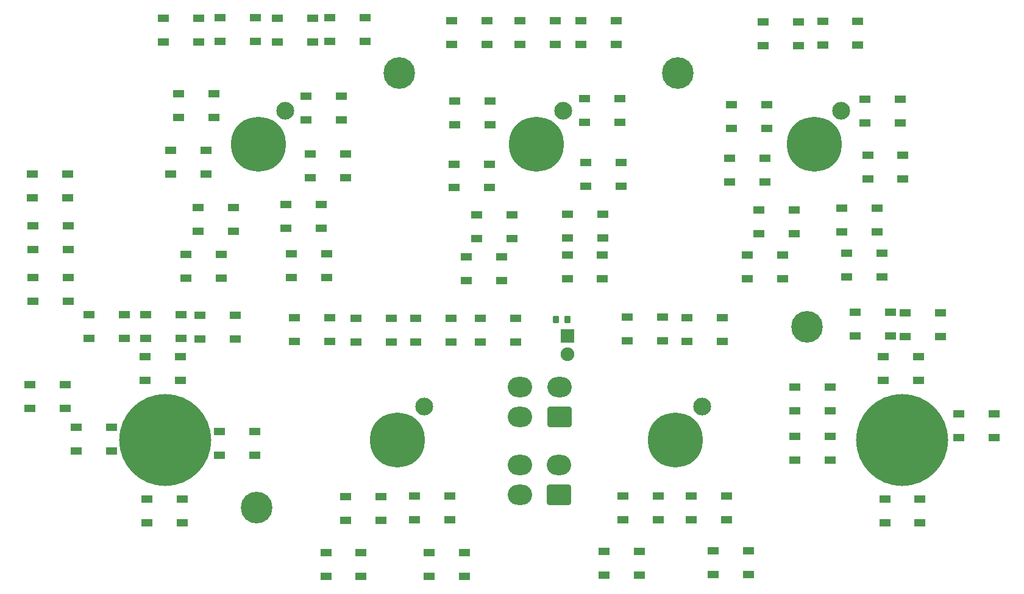
<source format=gbr>
%TF.GenerationSoftware,KiCad,Pcbnew,(6.0.9)*%
%TF.CreationDate,2023-04-01T13:50:38-08:00*%
%TF.ProjectId,INTR LT PANEL,494e5452-204c-4542-9050-414e454c2e6b,3*%
%TF.SameCoordinates,Original*%
%TF.FileFunction,Soldermask,Top*%
%TF.FilePolarity,Negative*%
%FSLAX46Y46*%
G04 Gerber Fmt 4.6, Leading zero omitted, Abs format (unit mm)*
G04 Created by KiCad (PCBNEW (6.0.9)) date 2023-04-01 13:50:38*
%MOMM*%
%LPD*%
G01*
G04 APERTURE LIST*
G04 Aperture macros list*
%AMRoundRect*
0 Rectangle with rounded corners*
0 $1 Rounding radius*
0 $2 $3 $4 $5 $6 $7 $8 $9 X,Y pos of 4 corners*
0 Add a 4 corners polygon primitive as box body*
4,1,4,$2,$3,$4,$5,$6,$7,$8,$9,$2,$3,0*
0 Add four circle primitives for the rounded corners*
1,1,$1+$1,$2,$3*
1,1,$1+$1,$4,$5*
1,1,$1+$1,$6,$7*
1,1,$1+$1,$8,$9*
0 Add four rect primitives between the rounded corners*
20,1,$1+$1,$2,$3,$4,$5,0*
20,1,$1+$1,$4,$5,$6,$7,0*
20,1,$1+$1,$6,$7,$8,$9,0*
20,1,$1+$1,$8,$9,$2,$3,0*%
G04 Aperture macros list end*
%ADD10C,12.800000*%
%ADD11C,7.640752*%
%ADD12C,2.481250*%
%ADD13C,4.400000*%
%ADD14RoundRect,0.050000X-0.750000X-0.450000X0.750000X-0.450000X0.750000X0.450000X-0.750000X0.450000X0*%
%ADD15RoundRect,0.250000X0.200000X0.275000X-0.200000X0.275000X-0.200000X-0.275000X0.200000X-0.275000X0*%
%ADD16RoundRect,0.050000X-0.900000X0.900000X-0.900000X-0.900000X0.900000X-0.900000X0.900000X0.900000X0*%
%ADD17C,1.900000*%
%ADD18RoundRect,0.300001X1.399999X-1.099999X1.399999X1.099999X-1.399999X1.099999X-1.399999X-1.099999X0*%
%ADD19O,3.400000X2.800000*%
G04 APERTURE END LIST*
D10*
%TO.C,2*%
X162864800Y-107950000D03*
X162864800Y-107950000D03*
%TD*%
D11*
%TO.C,4*%
X92760800Y-107950000D03*
D12*
X96536722Y-103287124D03*
%TD*%
D11*
%TO.C,9*%
X73456800Y-66802000D03*
D12*
X77232722Y-62139124D03*
%TD*%
D11*
%TO.C,8*%
X112064800Y-66802000D03*
D12*
X115840722Y-62139124D03*
%TD*%
D11*
%TO.C,7*%
X150672800Y-66802000D03*
D12*
X154448722Y-62139124D03*
%TD*%
D11*
%TO.C,3*%
X131368800Y-107950000D03*
D12*
X135144722Y-103287124D03*
%TD*%
D13*
%TO.C,1*%
X73202800Y-117348000D03*
%TD*%
%TO.C,6*%
X149656800Y-92202000D03*
%TD*%
%TO.C,11*%
X93014800Y-56896000D03*
%TD*%
%TO.C,10*%
X131749800Y-56896000D03*
%TD*%
D10*
%TO.C,5*%
X60502800Y-107950000D03*
%TD*%
D14*
%TO.C,D50*%
X151830000Y-49708800D03*
X151830000Y-53008800D03*
X156730000Y-53008800D03*
X156730000Y-49708800D03*
%TD*%
%TO.C,D49*%
X143600000Y-49759600D03*
X143600000Y-53059600D03*
X148500000Y-53059600D03*
X148500000Y-49759600D03*
%TD*%
%TO.C,D38*%
X118237000Y-49632800D03*
X118237000Y-52932800D03*
X123137000Y-52932800D03*
X123137000Y-49632800D03*
%TD*%
%TO.C,D37*%
X109781000Y-49607000D03*
X109781000Y-52907000D03*
X114681000Y-52907000D03*
X114681000Y-49607000D03*
%TD*%
%TO.C,D36*%
X100279000Y-49607000D03*
X100279000Y-52907000D03*
X105179000Y-52907000D03*
X105179000Y-49607000D03*
%TD*%
%TO.C,D23*%
X83390400Y-49200600D03*
X83390400Y-52500600D03*
X88290400Y-52500600D03*
X88290400Y-49200600D03*
%TD*%
%TO.C,D22*%
X76126000Y-49251800D03*
X76126000Y-52551800D03*
X81026000Y-52551800D03*
X81026000Y-49251800D03*
%TD*%
%TO.C,D21*%
X68122800Y-49226000D03*
X68122800Y-52526000D03*
X73022800Y-52526000D03*
X73022800Y-49226000D03*
%TD*%
%TO.C,D20*%
X60299600Y-49251400D03*
X60299600Y-52551400D03*
X65199600Y-52551400D03*
X65199600Y-49251400D03*
%TD*%
%TO.C,D13*%
X42064600Y-70968400D03*
X42064600Y-74268400D03*
X46964600Y-74268400D03*
X46964600Y-70968400D03*
%TD*%
%TO.C,D12*%
X42127000Y-78131400D03*
X42127000Y-81431400D03*
X47027000Y-81431400D03*
X47027000Y-78131400D03*
%TD*%
%TO.C,D11*%
X42115400Y-85344800D03*
X42115400Y-88644800D03*
X47015400Y-88644800D03*
X47015400Y-85344800D03*
%TD*%
%TO.C,D8*%
X41759800Y-100204000D03*
X41759800Y-103504000D03*
X46659800Y-103504000D03*
X46659800Y-100204000D03*
%TD*%
%TO.C,D10*%
X49936400Y-90475600D03*
X49936400Y-93775600D03*
X54836400Y-93775600D03*
X54836400Y-90475600D03*
%TD*%
%TO.C,D14*%
X57785000Y-90526400D03*
X57785000Y-93826400D03*
X62685000Y-93826400D03*
X62685000Y-90526400D03*
%TD*%
%TO.C,D15*%
X65331000Y-90602600D03*
X65331000Y-93902600D03*
X70231000Y-93902600D03*
X70231000Y-90602600D03*
%TD*%
%TO.C,D16*%
X63423800Y-82119000D03*
X63423800Y-85419000D03*
X68323800Y-85419000D03*
X68323800Y-82119000D03*
%TD*%
%TO.C,D17*%
X65088600Y-75566000D03*
X65088600Y-78866000D03*
X69988600Y-78866000D03*
X69988600Y-75566000D03*
%TD*%
%TO.C,D26*%
X77292200Y-75210200D03*
X77292200Y-78510200D03*
X82192200Y-78510200D03*
X82192200Y-75210200D03*
%TD*%
%TO.C,D27*%
X78042600Y-82068400D03*
X78042600Y-85368400D03*
X82942600Y-85368400D03*
X82942600Y-82068400D03*
%TD*%
%TO.C,D28*%
X78499800Y-90933000D03*
X78499800Y-94233000D03*
X83399800Y-94233000D03*
X83399800Y-90933000D03*
%TD*%
%TO.C,D29*%
X86997200Y-91009000D03*
X86997200Y-94309000D03*
X91897200Y-94309000D03*
X91897200Y-91009000D03*
%TD*%
%TO.C,D30*%
X95340000Y-90983800D03*
X95340000Y-94283800D03*
X100240000Y-94283800D03*
X100240000Y-90983800D03*
%TD*%
%TO.C,D31*%
X104281000Y-90983800D03*
X104281000Y-94283800D03*
X109181000Y-94283800D03*
X109181000Y-90983800D03*
%TD*%
%TO.C,D32*%
X102362000Y-82449200D03*
X102362000Y-85749200D03*
X107262000Y-85749200D03*
X107262000Y-82449200D03*
%TD*%
%TO.C,D33*%
X103761000Y-76658000D03*
X103761000Y-79958000D03*
X108661000Y-79958000D03*
X108661000Y-76658000D03*
%TD*%
%TO.C,D41*%
X116371000Y-76556600D03*
X116371000Y-79856600D03*
X121271000Y-79856600D03*
X121271000Y-76556600D03*
%TD*%
%TO.C,D42*%
X116360000Y-82221000D03*
X116360000Y-85521000D03*
X121260000Y-85521000D03*
X121260000Y-82221000D03*
%TD*%
%TO.C,D43*%
X124702000Y-90856800D03*
X124702000Y-94156800D03*
X129602000Y-94156800D03*
X129602000Y-90856800D03*
%TD*%
%TO.C,D44*%
X132971000Y-90907400D03*
X132971000Y-94207400D03*
X137871000Y-94207400D03*
X137871000Y-90907400D03*
%TD*%
%TO.C,D45*%
X141351000Y-82195200D03*
X141351000Y-85495200D03*
X146251000Y-85495200D03*
X146251000Y-82195200D03*
%TD*%
%TO.C,D46*%
X142953000Y-75921400D03*
X142953000Y-79221400D03*
X147853000Y-79221400D03*
X147853000Y-75921400D03*
%TD*%
%TO.C,D53*%
X154522000Y-75667600D03*
X154522000Y-78967600D03*
X159422000Y-78967600D03*
X159422000Y-75667600D03*
%TD*%
%TO.C,D54*%
X155171000Y-81915800D03*
X155171000Y-85215800D03*
X160071000Y-85215800D03*
X160071000Y-81915800D03*
%TD*%
%TO.C,D55*%
X156339000Y-90196200D03*
X156339000Y-93496200D03*
X161239000Y-93496200D03*
X161239000Y-90196200D03*
%TD*%
%TO.C,D56*%
X163299000Y-90247400D03*
X163299000Y-93547400D03*
X168199000Y-93547400D03*
X168199000Y-90247400D03*
%TD*%
%TO.C,D57*%
X160276000Y-96317600D03*
X160276000Y-99617600D03*
X165176000Y-99617600D03*
X165176000Y-96317600D03*
%TD*%
%TO.C,D58*%
X170778000Y-104268000D03*
X170778000Y-107568000D03*
X175678000Y-107568000D03*
X175678000Y-104268000D03*
%TD*%
%TO.C,D59*%
X160466000Y-116155000D03*
X160466000Y-119455000D03*
X165366000Y-119455000D03*
X165366000Y-116155000D03*
%TD*%
%TO.C,D60*%
X147983000Y-107469000D03*
X147983000Y-110769000D03*
X152883000Y-110769000D03*
X152883000Y-107469000D03*
%TD*%
%TO.C,D61*%
X148008000Y-100560000D03*
X148008000Y-103860000D03*
X152908000Y-103860000D03*
X152908000Y-100560000D03*
%TD*%
%TO.C,D62*%
X136629000Y-123394000D03*
X136629000Y-126694000D03*
X141529000Y-126694000D03*
X141529000Y-123394000D03*
%TD*%
%TO.C,D63*%
X133625000Y-115698000D03*
X133625000Y-118998000D03*
X138525000Y-118998000D03*
X138525000Y-115698000D03*
%TD*%
%TO.C,D64*%
X124125000Y-115698000D03*
X124125000Y-118998000D03*
X129025000Y-118998000D03*
X129025000Y-115698000D03*
%TD*%
%TO.C,D65*%
X121490000Y-123419000D03*
X121490000Y-126719000D03*
X126390000Y-126719000D03*
X126390000Y-123419000D03*
%TD*%
%TO.C,D66*%
X97208000Y-123597000D03*
X97208000Y-126897000D03*
X102108000Y-126897000D03*
X102108000Y-123597000D03*
%TD*%
%TO.C,D2*%
X95150600Y-115749000D03*
X95150600Y-119049000D03*
X100050600Y-119049000D03*
X100050600Y-115749000D03*
%TD*%
%TO.C,D3*%
X85574800Y-115799000D03*
X85574800Y-119099000D03*
X90474800Y-119099000D03*
X90474800Y-115799000D03*
%TD*%
%TO.C,D4*%
X82831600Y-123572000D03*
X82831600Y-126872000D03*
X87731600Y-126872000D03*
X87731600Y-123572000D03*
%TD*%
%TO.C,D5*%
X68035000Y-106783000D03*
X68035000Y-110083000D03*
X72935000Y-110083000D03*
X72935000Y-106783000D03*
%TD*%
%TO.C,D9*%
X57711000Y-96317600D03*
X57711000Y-99617600D03*
X62611000Y-99617600D03*
X62611000Y-96317600D03*
%TD*%
%TO.C,D7*%
X48133000Y-106173000D03*
X48133000Y-109473000D03*
X53033000Y-109473000D03*
X53033000Y-106173000D03*
%TD*%
%TO.C,D6*%
X57990400Y-116155000D03*
X57990400Y-119455000D03*
X62890400Y-119455000D03*
X62890400Y-116155000D03*
%TD*%
%TO.C,D18*%
X61300000Y-67650000D03*
X61300000Y-70950000D03*
X66200000Y-70950000D03*
X66200000Y-67650000D03*
%TD*%
%TO.C,D19*%
X62350000Y-59800000D03*
X62350000Y-63100000D03*
X67250000Y-63100000D03*
X67250000Y-59800000D03*
%TD*%
%TO.C,D24*%
X80100000Y-60125000D03*
X80100000Y-63425000D03*
X85000000Y-63425000D03*
X85000000Y-60125000D03*
%TD*%
%TO.C,D25*%
X80675000Y-68150000D03*
X80675000Y-71450000D03*
X85575000Y-71450000D03*
X85575000Y-68150000D03*
%TD*%
%TO.C,D34*%
X100650000Y-69550000D03*
X100650000Y-72850000D03*
X105550000Y-72850000D03*
X105550000Y-69550000D03*
%TD*%
%TO.C,D35*%
X100725000Y-60825000D03*
X100725000Y-64125000D03*
X105625000Y-64125000D03*
X105625000Y-60825000D03*
%TD*%
%TO.C,D39*%
X118775000Y-60475000D03*
X118775000Y-63775000D03*
X123675000Y-63775000D03*
X123675000Y-60475000D03*
%TD*%
%TO.C,D40*%
X118925000Y-69300000D03*
X118925000Y-72600000D03*
X123825000Y-72600000D03*
X123825000Y-69300000D03*
%TD*%
%TO.C,D47*%
X138925000Y-68725000D03*
X138925000Y-72025000D03*
X143825000Y-72025000D03*
X143825000Y-68725000D03*
%TD*%
%TO.C,D48*%
X139200000Y-61275000D03*
X139200000Y-64575000D03*
X144100000Y-64575000D03*
X144100000Y-61275000D03*
%TD*%
%TO.C,D51*%
X157725000Y-60525000D03*
X157725000Y-63825000D03*
X162625000Y-63825000D03*
X162625000Y-60525000D03*
%TD*%
%TO.C,D52*%
X158100000Y-68300000D03*
X158100000Y-71600000D03*
X163000000Y-71600000D03*
X163000000Y-68300000D03*
%TD*%
D15*
%TO.C,R1*%
X116395000Y-91186000D03*
X114745000Y-91186000D03*
%TD*%
D16*
%TO.C,D1*%
X116434000Y-93497400D03*
D17*
X116434000Y-96037400D03*
%TD*%
D18*
%TO.C,J1*%
X115300000Y-104750000D03*
D19*
X115300000Y-100550000D03*
X109800000Y-104750000D03*
X109800000Y-100550000D03*
%TD*%
D18*
%TO.C,J2*%
X115250000Y-115600000D03*
D19*
X115250000Y-111400000D03*
X109750000Y-115600000D03*
X109750000Y-111400000D03*
%TD*%
M02*

</source>
